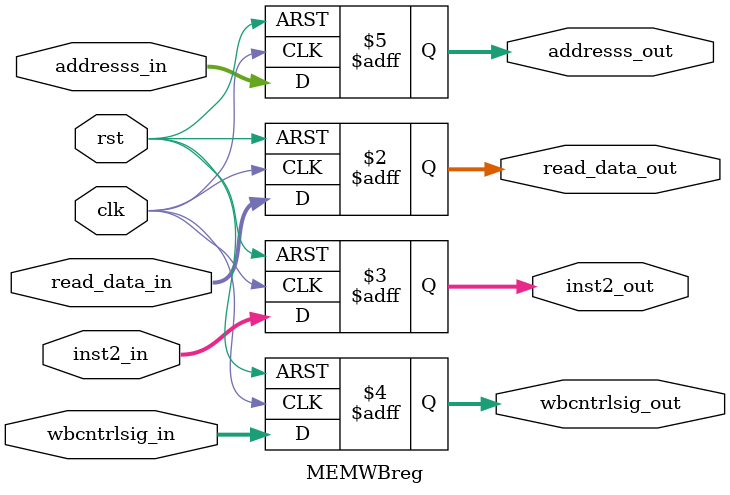
<source format=sv>
`timescale 1ns/1ns

module MEMWBreg(input [31:0] read_data_in
                ,input [4:0] inst2_in
                ,input [1:0] wbcntrlsig_in
                ,input [31:0] addresss_in , input clk, rst
                ,output reg [31:0] read_data_out
                ,output reg [4:0] inst2_out
                ,output reg [1:0] wbcntrlsig_out
                ,output reg [31:0] addresss_out);
  always@(posedge clk, posedge rst) begin
    if(rst)
      {read_data_out, inst2_out, wbcntrlsig_out, addresss_out} = 71'b0;
    else begin
      read_data_out <= read_data_in;
      inst2_out <= inst2_in;
      wbcntrlsig_out <= wbcntrlsig_in;
      addresss_out <= addresss_in;
    end
  end
endmodule


</source>
